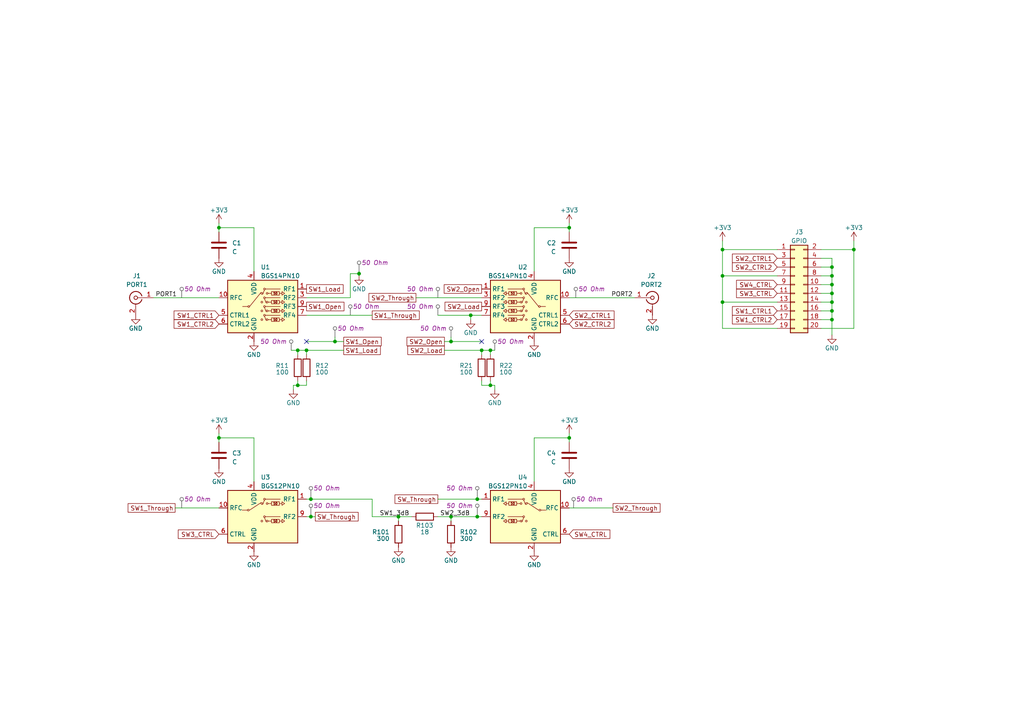
<source format=kicad_sch>
(kicad_sch (version 20230121) (generator eeschema)
  (paper "A4")
  (lib_symbols
    (symbol "Connector:Conn_Coaxial" (pin_names (offset 1.016) hide)
      (property "Reference" "J" (at 0.254 3.048 0))
      (property "Value" "Conn_Coaxial" (at 2.921 0 90))
      (symbol "Conn_Coaxial_0_1"
        (arc (start -1.778 -0.508) (mid 0.2311 -1.8066) (end 1.778 0) (stroke (width 0.254)))
        (polyline (pts (xy -2.54 0) (xy -0.508 0)))
        (polyline (pts (xy 0 -2.54) (xy 0 -1.778)))
        (circle (center 0 0) (radius 0.508) (stroke (width 0.2032)))
        (arc (start 1.778 0) (mid 0.2099 1.8101) (end -1.778 0.508) (stroke (width 0.254)))
      )
      (symbol "Conn_Coaxial_1_1"
        (pin passive line (at -5.08 0 0) (length 2.54) (name "In") (number "1"))
        (pin passive line (at 0 -5.08 90) (length 2.54) (name "Ext") (number "2"))
      )
    )
    (symbol "Connector_Generic:Conn_02x10_Odd_Even" (pin_names (offset 1.016) hide)
      (property "Reference" "J" (at 1.27 12.7 0))
      (property "Value" "Conn_02x10_Odd_Even" (at 1.27 -15.24 0))
      (symbol "Conn_02x10_Odd_Even_1_1"
        (rectangle (start -1.27 -12.573) (end 0 -12.827) (stroke (width 0.1524)))
        (rectangle (start -1.27 -10.033) (end 0 -10.287) (stroke (width 0.1524)))
        (rectangle (start -1.27 -7.493) (end 0 -7.747) (stroke (width 0.1524)))
        (rectangle (start -1.27 -4.953) (end 0 -5.207) (stroke (width 0.1524)))
        (rectangle (start -1.27 -2.413) (end 0 -2.667) (stroke (width 0.1524)))
        (rectangle (start -1.27 0.127) (end 0 -0.127) (stroke (width 0.1524)))
        (rectangle (start -1.27 2.667) (end 0 2.413) (stroke (width 0.1524)))
        (rectangle (start -1.27 5.207) (end 0 4.953) (stroke (width 0.1524)))
        (rectangle (start -1.27 7.747) (end 0 7.493) (stroke (width 0.1524)))
        (rectangle (start -1.27 10.287) (end 0 10.033) (stroke (width 0.1524)))
        (rectangle (start -1.27 11.43) (end 3.81 -13.97) (stroke (width 0.254)) (fill (type background)))
        (rectangle (start 3.81 -12.573) (end 2.54 -12.827) (stroke (width 0.1524)))
        (rectangle (start 3.81 -10.033) (end 2.54 -10.287) (stroke (width 0.1524)))
        (rectangle (start 3.81 -7.493) (end 2.54 -7.747) (stroke (width 0.1524)))
        (rectangle (start 3.81 -4.953) (end 2.54 -5.207) (stroke (width 0.1524)))
        (rectangle (start 3.81 -2.413) (end 2.54 -2.667) (stroke (width 0.1524)))
        (rectangle (start 3.81 0.127) (end 2.54 -0.127) (stroke (width 0.1524)))
        (rectangle (start 3.81 2.667) (end 2.54 2.413) (stroke (width 0.1524)))
        (rectangle (start 3.81 5.207) (end 2.54 4.953) (stroke (width 0.1524)))
        (rectangle (start 3.81 7.747) (end 2.54 7.493) (stroke (width 0.1524)))
        (rectangle (start 3.81 10.287) (end 2.54 10.033) (stroke (width 0.1524)))
        (pin passive line (at -5.08 10.16 0) (length 3.81) (name "Pin_1") (number "1"))
        (pin passive line (at 7.62 0 180) (length 3.81) (name "Pin_10") (number "10"))
        (pin passive line (at -5.08 -2.54 0) (length 3.81) (name "Pin_11") (number "11"))
        (pin passive line (at 7.62 -2.54 180) (length 3.81) (name "Pin_12") (number "12"))
        (pin passive line (at -5.08 -5.08 0) (length 3.81) (name "Pin_13") (number "13"))
        (pin passive line (at 7.62 -5.08 180) (length 3.81) (name "Pin_14") (number "14"))
        (pin passive line (at -5.08 -7.62 0) (length 3.81) (name "Pin_15") (number "15"))
        (pin passive line (at 7.62 -7.62 180) (length 3.81) (name "Pin_16") (number "16"))
        (pin passive line (at -5.08 -10.16 0) (length 3.81) (name "Pin_17") (number "17"))
        (pin passive line (at 7.62 -10.16 180) (length 3.81) (name "Pin_18") (number "18"))
        (pin passive line (at -5.08 -12.7 0) (length 3.81) (name "Pin_19") (number "19"))
        (pin passive line (at 7.62 10.16 180) (length 3.81) (name "Pin_2") (number "2"))
        (pin passive line (at 7.62 -12.7 180) (length 3.81) (name "Pin_20") (number "20"))
        (pin passive line (at -5.08 7.62 0) (length 3.81) (name "Pin_3") (number "3"))
        (pin passive line (at 7.62 7.62 180) (length 3.81) (name "Pin_4") (number "4"))
        (pin passive line (at -5.08 5.08 0) (length 3.81) (name "Pin_5") (number "5"))
        (pin passive line (at 7.62 5.08 180) (length 3.81) (name "Pin_6") (number "6"))
        (pin passive line (at -5.08 2.54 0) (length 3.81) (name "Pin_7") (number "7"))
        (pin passive line (at 7.62 2.54 180) (length 3.81) (name "Pin_8") (number "8"))
        (pin passive line (at -5.08 0 0) (length 3.81) (name "Pin_9") (number "9"))
      )
    )
    (symbol "Device:C" (pin_numbers hide) (pin_names (offset 0.254))
      (property "Reference" "C" (at 0.635 2.54 0))
      (property "Value" "C" (at 0.635 -2.54 0))
      (symbol "C_0_1"
        (polyline (pts (xy -2.032 -0.762) (xy 2.032 -0.762)) (stroke (width 0.508)))
        (polyline (pts (xy -2.032 0.762) (xy 2.032 0.762)) (stroke (width 0.508)))
      )
      (symbol "C_1_1"
        (pin passive line (at 0 3.81 270) (length 2.794) (name "~") (number "1"))
        (pin passive line (at 0 -3.81 90) (length 2.794) (name "~") (number "2"))
      )
    )
    (symbol "Device:R" (pin_numbers hide) (pin_names (offset 0))
      (property "Reference" "R" (at 2.032 0 90))
      (property "Value" "R" (at 0 0 90))
      (symbol "R_0_1"
        (rectangle (start -1.016 -2.54) (end 1.016 2.54) (stroke (width 0.254)))
      )
      (symbol "R_1_1"
        (pin passive line (at 0 3.81 270) (length 1.27) (name "~") (number "1"))
        (pin passive line (at 0 -3.81 90) (length 1.27) (name "~") (number "2"))
      )
    )
    (symbol "Infineon:BGS12PN10"
      (property "Reference" "U" (at -10.16 8.89 0))
      (property "Value" "BGS12PN10" (at 10.16 8.89 0))
      (symbol "BGS12PN10_0_1"
        (polyline (pts (xy -4.445 1.905) (xy -5.969 1.905)))
      )
      (symbol "BGS12PN10_1_1"
        (rectangle (start -10.16 7.62) (end 10.16 -7.62) (stroke (width 0.254)) (fill (type background)))
        (circle (center -4.191 1.905) (radius 0.254))
        (circle (center -0.254 -1.27) (radius 0.254))
        (circle (center -0.254 3.81) (radius 0.254))
        (polyline (pts (xy -3.81 1.905) (xy -0.508 4.064)))
        (polyline (pts (xy 0.508 -0.254) (xy 1.016 -1.524)))
        (polyline (pts (xy 0.508 4.826) (xy 0 3.556)))
        (polyline (pts (xy 0.762 0) (xy 5.08 0)))
        (polyline (pts (xy 0.762 5.08) (xy 5.08 5.08)))
        (polyline (pts (xy 1.524 -1.27) (xy 2.54 -1.27)))
        (polyline (pts (xy 1.524 3.81) (xy 2.54 3.81)))
        (polyline (pts (xy 4.826 -1.27) (xy 5.588 -1.27) (xy 5.588 -1.778) (xy 6.35 -1.27) (xy 5.588 -0.762) (xy 5.588 -1.27)))
        (polyline (pts (xy 4.826 3.81) (xy 5.588 3.81) (xy 5.588 3.302) (xy 6.35 3.81) (xy 5.588 4.318) (xy 5.588 3.81)))
        (circle (center 0.508 0) (radius 0.254))
        (circle (center 0.508 5.08) (radius 0.254))
        (circle (center 1.27 -1.27) (radius 0.254))
        (circle (center 1.27 3.81) (radius 0.254))
        (rectangle (start 2.54 -1.778) (end 4.826 -0.762))
        (rectangle (start 2.54 3.302) (end 4.826 4.318))
        (text "50" (at 3.683 -1.27 0) (effects (font (size 0.635 0.635))))
        (text "50" (at 3.683 3.81 0) (effects (font (size 0.635 0.635))))
        (pin passive line (at 12.7 5.08 180) (length 2.54) (name "RF1") (number "1"))
        (pin passive line (at -12.7 2.54 0) (length 2.54) (name "RFC") (number "10"))
        (pin power_in line (at -2.54 -10.16 90) (length 2.54) (name "GND") (number "2"))
        (pin passive line (at -2.54 -10.16 90) (length 2.54) hide (name "GND") (number "3"))
        (pin power_in line (at -2.54 10.16 270) (length 2.54) (name "VDD") (number "4"))
        (pin no_connect line (at -12.7 -2.54 0) (length 2.54) hide (name "CTRL1") (number "5"))
        (pin input line (at -12.7 -5.08 0) (length 2.54) (name "CTRL") (number "6"))
        (pin passive line (at -2.54 -10.16 90) (length 2.54) hide (name "GND") (number "7"))
        (pin passive line (at -2.54 -10.16 90) (length 2.54) hide (name "GND") (number "8"))
        (pin passive line (at 12.7 0 180) (length 2.54) (name "RF2") (number "9"))
      )
    )
    (symbol "Infineon:BGS14PN10"
      (property "Reference" "U" (at -10.16 8.89 0))
      (property "Value" "BGS14PN10" (at 10.16 8.89 0))
      (symbol "BGS14PN10_0_1"
        (polyline (pts (xy -4.318 0) (xy -5.842 0)))
      )
      (symbol "BGS14PN10_1_1"
        (rectangle (start -10.16 7.62) (end 10.16 -7.62) (stroke (width 0.254)) (fill (type background)))
        (circle (center -4.064 0) (radius 0.254))
        (circle (center -0.254 -3.81) (radius 0.254))
        (circle (center -0.254 -1.27) (radius 0.254))
        (circle (center -0.254 1.27) (radius 0.254))
        (circle (center -0.254 3.81) (radius 0.254))
        (polyline (pts (xy -3.81 0) (xy -0.508 4.064)))
        (polyline (pts (xy 0.508 -2.794) (xy 1.016 -4.064)))
        (polyline (pts (xy 0.508 -0.254) (xy 1.016 -1.524)))
        (polyline (pts (xy 0.508 2.286) (xy 1.016 1.016)))
        (polyline (pts (xy 0.508 4.826) (xy 0 3.556)))
        (polyline (pts (xy 0.762 -2.54) (xy 5.08 -2.54)))
        (polyline (pts (xy 0.762 0) (xy 5.08 0)))
        (polyline (pts (xy 0.762 2.54) (xy 5.08 2.54)))
        (polyline (pts (xy 0.762 5.08) (xy 5.08 5.08)))
        (polyline (pts (xy 1.524 -3.81) (xy 2.54 -3.81)))
        (polyline (pts (xy 1.524 -1.27) (xy 2.54 -1.27)))
        (polyline (pts (xy 1.524 1.27) (xy 2.54 1.27)))
        (polyline (pts (xy 1.524 3.81) (xy 2.54 3.81)))
        (polyline (pts (xy 4.826 -3.81) (xy 5.588 -3.81) (xy 5.588 -4.318) (xy 6.35 -3.81) (xy 5.588 -3.302) (xy 5.588 -3.81)))
        (polyline (pts (xy 4.826 -1.27) (xy 5.588 -1.27) (xy 5.588 -1.778) (xy 6.35 -1.27) (xy 5.588 -0.762) (xy 5.588 -1.27)))
        (polyline (pts (xy 4.826 1.27) (xy 5.588 1.27) (xy 5.588 0.762) (xy 6.35 1.27) (xy 5.588 1.778) (xy 5.588 1.27)))
        (polyline (pts (xy 4.826 3.81) (xy 5.588 3.81) (xy 5.588 3.302) (xy 6.35 3.81) (xy 5.588 4.318) (xy 5.588 3.81)))
        (circle (center 0.508 -2.54) (radius 0.254))
        (circle (center 0.508 0) (radius 0.254))
        (circle (center 0.508 2.54) (radius 0.254))
        (circle (center 0.508 5.08) (radius 0.254))
        (circle (center 1.27 -3.81) (radius 0.254))
        (circle (center 1.27 -1.27) (radius 0.254))
        (circle (center 1.27 1.27) (radius 0.254))
        (circle (center 1.27 3.81) (radius 0.254))
        (rectangle (start 2.54 -4.318) (end 4.826 -3.302))
        (rectangle (start 2.54 -1.778) (end 4.826 -0.762))
        (rectangle (start 2.54 0.762) (end 4.826 1.778))
        (rectangle (start 2.54 3.302) (end 4.826 4.318))
        (text "50" (at 3.683 -3.81 0) (effects (font (size 0.635 0.635))))
        (text "50" (at 3.683 -1.27 0) (effects (font (size 0.635 0.635))))
        (text "50" (at 3.683 1.27 0) (effects (font (size 0.635 0.635))))
        (text "50" (at 3.683 3.81 0) (effects (font (size 0.635 0.635))))
        (pin passive line (at 12.7 5.08 180) (length 2.54) (name "RF1") (number "1"))
        (pin passive line (at -12.7 2.54 0) (length 2.54) (name "RFC") (number "10"))
        (pin power_in line (at -2.54 -10.16 90) (length 2.54) (name "GND") (number "2"))
        (pin passive line (at 12.7 2.54 180) (length 2.54) (name "RF2") (number "3"))
        (pin power_in line (at -2.54 10.16 270) (length 2.54) (name "VDD") (number "4"))
        (pin input line (at -12.7 -2.54 0) (length 2.54) (name "CTRL1") (number "5"))
        (pin input line (at -12.7 -5.08 0) (length 2.54) (name "CTRL2") (number "6"))
        (pin passive line (at 12.7 -2.54 180) (length 2.54) (name "RF4") (number "7"))
        (pin passive line (at -2.54 -10.16 90) (length 2.54) hide (name "GND") (number "8"))
        (pin passive line (at 12.7 0 180) (length 2.54) (name "RF3") (number "9"))
      )
    )
    (symbol "power:+3V3" (power) (pin_names (offset 0))
      (property "Value" "+3V3" (at 0 3.556 0))
      (symbol "+3V3_0_1"
        (polyline (pts (xy -0.762 1.27) (xy 0 2.54)))
        (polyline (pts (xy 0 0) (xy 0 2.54)))
        (polyline (pts (xy 0 2.54) (xy 0.762 1.27)))
      )
      (symbol "+3V3_1_1"
        (pin power_in line (at 0 0 90) (length 0) hide (name "+3V3") (number "1"))
      )
    )
    (symbol "power:GND" (power) (pin_names (offset 0))
      (property "Value" "GND" (at 0 -3.81 0))
      (symbol "GND_0_1"
        (polyline (pts (xy 0 0) (xy 0 -1.27) (xy 1.27 -1.27) (xy 0 -2.54) (xy -1.27 -1.27) (xy 0 -1.27)))
      )
      (symbol "GND_1_1"
        (pin power_in line (at 0 0 270) (length 0) hide (name "GND") (number "1"))
      )
    )
  )
  (junction (at 247.65 72.39))
  (junction (at 104.14 79.375))
  (junction (at 86.36 101.6))
  (junction (at 138.43 149.86))
  (junction (at 63.5 66.04))
  (junction (at 241.3 90.17))
  (junction (at 165.1 127))
  (junction (at 138.43 144.78))
  (junction (at 241.3 77.47))
  (junction (at 241.3 82.55))
  (junction (at 142.24 101.6))
  (junction (at 63.5 127))
  (junction (at 115.57 149.86))
  (junction (at 88.9 101.6))
  (junction (at 136.525 91.44))
  (junction (at 130.81 99.06))
  (junction (at 97.155 99.06))
  (junction (at 209.55 80.01))
  (junction (at 241.3 92.71))
  (junction (at 241.3 85.09))
  (junction (at 139.7 101.6))
  (junction (at 241.3 87.63))
  (junction (at 241.3 80.01))
  (junction (at 130.81 149.86))
  (junction (at 90.17 144.78))
  (junction (at 209.55 87.63))
  (junction (at 142.24 111.76))
  (junction (at 90.17 149.86))
  (junction (at 86.36 111.76))
  (junction (at 165.1 66.04))
  (junction (at 209.55 72.39))
  (no_connect (at 88.9 99.06))
  (no_connect (at 139.7 99.06))
  (wire (pts (xy 139.7 101.6) (xy 139.7 102.87)))
  (wire (pts (xy 177.8 147.32) (xy 165.1 147.32)))
  (wire (pts (xy 63.5 66.04) (xy 73.66 66.04)))
  (wire (pts (xy 184.15 86.36) (xy 165.1 86.36)))
  (wire (pts (xy 63.5 64.77) (xy 63.5 66.04)))
  (wire (pts (xy 63.5 67.31) (xy 63.5 66.04)))
  (wire (pts (xy 138.43 144.145) (xy 138.43 144.78)))
  (wire (pts (xy 209.55 95.25) (xy 225.425 95.25)))
  (wire (pts (xy 127 149.86) (xy 130.81 149.86)))
  (wire (pts (xy 107.95 144.78) (xy 107.95 149.86)))
  (wire (pts (xy 154.94 127) (xy 154.94 139.7)))
  (wire (pts (xy 86.36 101.6) (xy 88.9 101.6)))
  (wire (pts (xy 241.3 85.09) (xy 241.3 87.63)))
  (wire (pts (xy 138.43 144.78) (xy 139.7 144.78)))
  (wire (pts (xy 90.17 144.145) (xy 90.17 144.78)))
  (wire (pts (xy 88.9 101.6) (xy 99.695 101.6)))
  (wire (pts (xy 84.455 101.6) (xy 86.36 101.6)))
  (wire (pts (xy 97.155 99.06) (xy 99.695 99.06)))
  (wire (pts (xy 136.525 92.71) (xy 136.525 91.44)))
  (wire (pts (xy 241.3 80.01) (xy 238.125 80.01)))
  (wire (pts (xy 130.81 149.86) (xy 130.81 151.13)))
  (wire (pts (xy 115.57 149.86) (xy 119.38 149.86)))
  (wire (pts (xy 165.1 125.73) (xy 165.1 127)))
  (wire (pts (xy 154.94 66.04) (xy 154.94 78.74)))
  (wire (pts (xy 104.14 79.375) (xy 104.14 80.01)))
  (wire (pts (xy 88.9 86.36) (xy 101.6 86.36)))
  (wire (pts (xy 209.55 72.39) (xy 225.425 72.39)))
  (wire (pts (xy 104.14 78.74) (xy 104.14 79.375)))
  (wire (pts (xy 165.1 64.77) (xy 165.1 66.04)))
  (wire (pts (xy 209.55 80.01) (xy 209.55 72.39)))
  (wire (pts (xy 88.9 149.86) (xy 90.17 149.86)))
  (wire (pts (xy 107.95 149.86) (xy 115.57 149.86)))
  (wire (pts (xy 165.1 127) (xy 154.94 127)))
  (wire (pts (xy 115.57 149.86) (xy 115.57 151.13)))
  (wire (pts (xy 130.81 97.79) (xy 130.81 99.06)))
  (wire (pts (xy 247.65 69.85) (xy 247.65 72.39)))
  (wire (pts (xy 138.43 149.86) (xy 139.7 149.86)))
  (wire (pts (xy 107.95 91.44) (xy 88.9 91.44)))
  (wire (pts (xy 142.24 110.49) (xy 142.24 111.76)))
  (wire (pts (xy 241.3 77.47) (xy 238.125 77.47)))
  (wire (pts (xy 143.51 111.76) (xy 142.24 111.76)))
  (wire (pts (xy 86.36 102.87) (xy 86.36 101.6)))
  (wire (pts (xy 73.66 127) (xy 73.66 139.7)))
  (wire (pts (xy 241.3 92.71) (xy 238.125 92.71)))
  (wire (pts (xy 44.45 86.36) (xy 63.5 86.36)))
  (wire (pts (xy 209.55 95.25) (xy 209.55 87.63)))
  (wire (pts (xy 139.7 101.6) (xy 128.905 101.6)))
  (wire (pts (xy 120.65 86.36) (xy 139.7 86.36)))
  (wire (pts (xy 165.1 66.04) (xy 154.94 66.04)))
  (wire (pts (xy 136.525 91.44) (xy 139.7 91.44)))
  (wire (pts (xy 238.125 95.25) (xy 247.65 95.25)))
  (wire (pts (xy 90.17 144.78) (xy 107.95 144.78)))
  (wire (pts (xy 88.9 111.76) (xy 86.36 111.76)))
  (wire (pts (xy 241.3 74.93) (xy 238.125 74.93)))
  (wire (pts (xy 241.3 80.01) (xy 241.3 82.55)))
  (wire (pts (xy 238.125 72.39) (xy 247.65 72.39)))
  (wire (pts (xy 142.24 101.6) (xy 143.51 101.6)))
  (wire (pts (xy 91.44 149.86) (xy 90.17 149.86)))
  (wire (pts (xy 142.24 102.87) (xy 142.24 101.6)))
  (wire (pts (xy 138.43 149.86) (xy 130.81 149.86)))
  (wire (pts (xy 139.7 110.49) (xy 139.7 111.76)))
  (wire (pts (xy 88.9 99.06) (xy 97.155 99.06)))
  (wire (pts (xy 88.9 144.78) (xy 90.17 144.78)))
  (wire (pts (xy 138.43 144.78) (xy 127 144.78)))
  (wire (pts (xy 241.3 77.47) (xy 241.3 80.01)))
  (wire (pts (xy 85.09 111.76) (xy 86.36 111.76)))
  (wire (pts (xy 165.1 128.27) (xy 165.1 127)))
  (wire (pts (xy 130.81 99.06) (xy 128.905 99.06)))
  (wire (pts (xy 63.5 127) (xy 73.66 127)))
  (wire (pts (xy 73.66 66.04) (xy 73.66 78.74)))
  (wire (pts (xy 247.65 72.39) (xy 247.65 95.25)))
  (wire (pts (xy 241.3 82.55) (xy 238.125 82.55)))
  (wire (pts (xy 241.3 90.17) (xy 238.125 90.17)))
  (wire (pts (xy 142.24 101.6) (xy 139.7 101.6)))
  (wire (pts (xy 85.09 113.03) (xy 85.09 111.76)))
  (wire (pts (xy 209.55 80.01) (xy 225.425 80.01)))
  (wire (pts (xy 88.9 110.49) (xy 88.9 111.76)))
  (wire (pts (xy 101.6 86.36) (xy 101.6 79.375)))
  (wire (pts (xy 88.9 101.6) (xy 88.9 102.87)))
  (wire (pts (xy 63.5 128.27) (xy 63.5 127)))
  (wire (pts (xy 241.3 90.17) (xy 241.3 92.71)))
  (wire (pts (xy 241.3 82.55) (xy 241.3 85.09)))
  (wire (pts (xy 241.3 85.09) (xy 238.125 85.09)))
  (wire (pts (xy 139.7 99.06) (xy 130.81 99.06)))
  (wire (pts (xy 209.55 87.63) (xy 225.425 87.63)))
  (wire (pts (xy 165.1 67.31) (xy 165.1 66.04)))
  (wire (pts (xy 139.7 111.76) (xy 142.24 111.76)))
  (wire (pts (xy 241.3 87.63) (xy 241.3 90.17)))
  (wire (pts (xy 50.8 147.32) (xy 63.5 147.32)))
  (wire (pts (xy 241.3 87.63) (xy 238.125 87.63)))
  (wire (pts (xy 209.55 87.63) (xy 209.55 80.01)))
  (wire (pts (xy 63.5 125.73) (xy 63.5 127)))
  (wire (pts (xy 138.43 149.225) (xy 138.43 149.86)))
  (wire (pts (xy 241.3 92.71) (xy 241.3 97.155)))
  (wire (pts (xy 127 91.44) (xy 136.525 91.44)))
  (wire (pts (xy 90.17 149.225) (xy 90.17 149.86)))
  (wire (pts (xy 101.6 79.375) (xy 104.14 79.375)))
  (wire (pts (xy 86.36 110.49) (xy 86.36 111.76)))
  (wire (pts (xy 241.3 74.93) (xy 241.3 77.47)))
  (wire (pts (xy 209.55 69.85) (xy 209.55 72.39)))
  (wire (pts (xy 143.51 113.03) (xy 143.51 111.76)))
  (wire (pts (xy 97.155 97.79) (xy 97.155 99.06)))
  (label "SW2_3dB" (at 127.635 149.86 0))
  (label "PORT2" (at 183.515 86.36 180))
  (label "SW1_3dB" (at 118.745 149.86 180))
  (label "PORT1" (at 45.085 86.36 0))
  (global_label "SW2_CTRL1" (shape input) (at 225.425 74.93 180) (property "Intersheetrefs" "${INTERSHEET_REFS}" (effects hide)))
  (global_label "SW1_Through" (shape passive) (at 107.95 91.44 0) (property "Intersheetrefs" "${INTERSHEET_REFS}" (effects hide)))
  (global_label "SW1_Open" (shape passive) (at 99.695 99.06 0) (property "Intersheetrefs" "${INTERSHEET_REFS}" (effects hide)))
  (global_label "SW4_CTRL" (shape input) (at 165.1 154.94 0) (property "Intersheetrefs" "${INTERSHEET_REFS}" (effects hide)))
  (global_label "SW2_Load" (shape passive) (at 139.7 88.9 180) (property "Intersheetrefs" "${INTERSHEET_REFS}" (effects hide)))
  (global_label "SW2_Through" (shape passive) (at 177.8 147.32 0) (property "Intersheetrefs" "${INTERSHEET_REFS}" (effects hide)))
  (global_label "SW_Through" (shape passive) (at 91.44 149.86 0) (property "Intersheetrefs" "${INTERSHEET_REFS}" (effects hide)))
  (global_label "SW1_Load" (shape passive) (at 99.695 101.6 0) (property "Intersheetrefs" "${INTERSHEET_REFS}" (effects hide)))
  (global_label "SW3_CTRL" (shape input) (at 63.5 154.94 180) (property "Intersheetrefs" "${INTERSHEET_REFS}" (effects hide)))
  (global_label "SW2_Through" (shape passive) (at 120.65 86.36 180) (property "Intersheetrefs" "${INTERSHEET_REFS}" (effects hide)))
  (global_label "SW2_Open" (shape passive) (at 128.905 99.06 180) (property "Intersheetrefs" "${INTERSHEET_REFS}" (effects hide)))
  (global_label "SW1_CTRL2" (shape input) (at 63.5 93.98 180) (property "Intersheetrefs" "${INTERSHEET_REFS}" (effects hide)))
  (global_label "SW2_CTRL1" (shape input) (at 165.1 91.44 0) (property "Intersheetrefs" "${INTERSHEET_REFS}" (effects hide)))
  (global_label "SW1_CTRL1" (shape input) (at 63.5 91.44 180) (property "Intersheetrefs" "${INTERSHEET_REFS}" (effects hide)))
  (global_label "SW1_CTRL1" (shape input) (at 225.425 90.17 180) (property "Intersheetrefs" "${INTERSHEET_REFS}" (effects hide)))
  (global_label "SW2_Load" (shape passive) (at 128.905 101.6 180) (property "Intersheetrefs" "${INTERSHEET_REFS}" (effects hide)))
  (global_label "SW1_CTRL2" (shape input) (at 225.425 92.71 180) (property "Intersheetrefs" "${INTERSHEET_REFS}" (effects hide)))
  (global_label "SW2_CTRL2" (shape input) (at 165.1 93.98 0) (property "Intersheetrefs" "${INTERSHEET_REFS}" (effects hide)))
  (global_label "SW2_Open" (shape passive) (at 139.7 83.82 180) (property "Intersheetrefs" "${INTERSHEET_REFS}" (effects hide)))
  (global_label "SW1_Load" (shape passive) (at 88.9 83.82 0) (property "Intersheetrefs" "${INTERSHEET_REFS}" (effects hide)))
  (global_label "SW1_Open" (shape passive) (at 88.9 88.9 0) (property "Intersheetrefs" "${INTERSHEET_REFS}" (effects hide)))
  (global_label "SW3_CTRL" (shape input) (at 225.425 85.09 180) (property "Intersheetrefs" "${INTERSHEET_REFS}" (effects hide)))
  (global_label "SW_Through" (shape passive) (at 127 144.78 180) (property "Intersheetrefs" "${INTERSHEET_REFS}" (effects hide)))
  (global_label "SW1_Through" (shape passive) (at 50.8 147.32 180) (property "Intersheetrefs" "${INTERSHEET_REFS}" (effects hide)))
  (global_label "SW2_CTRL2" (shape input) (at 225.425 77.47 180) (property "Intersheetrefs" "${INTERSHEET_REFS}" (effects hide)))
  (global_label "SW4_CTRL" (shape input) (at 225.425 82.55 180) (property "Intersheetrefs" "${INTERSHEET_REFS}" (effects hide)))
  (netclass_flag "" (length 2.54) (shape round) (at 143.51 101.6 0) (property "Netclass" "50 Ohm" (at 144.2085 99.06 0) (effects (font italic) (justify left))))
  (netclass_flag "" (length 2.54) (shape round) (at 97.155 97.79 0) (property "Netclass" "50 Ohm" (at 97.8535 95.25 0) (effects (font italic) (justify left))))
  (netclass_flag "" (length 2.54) (shape round) (at 138.43 144.145 0) (property "Netclass" "50 Ohm" (at 137.16 141.605 0) (effects (font italic) (justify right))))
  (netclass_flag "" (length 2.54) (shape round) (at 90.17 149.225 0) (property "Netclass" "50 Ohm" (at 90.8685 146.685 0) (effects (font italic) (justify left))))
  (netclass_flag "" (length 2.54) (shape round) (at 90.17 144.145 0) (property "Netclass" "50 Ohm" (at 90.8685 141.605 0) (effects (font italic) (justify left))))
  (netclass_flag "" (length 2.54) (shape round) (at 138.43 149.225 0) (property "Netclass" "50 Ohm" (at 137.16 146.685 0) (effects (font italic) (justify right))))
  (netclass_flag "" (length 2.54) (shape round) (at 101.6 91.44 0) (property "Netclass" "50 Ohm" (at 102.2985 88.9 0) (effects (font italic) (justify left))))
  (netclass_flag "" (length 2.54) (shape round) (at 52.705 147.32 0) (property "Netclass" "50 Ohm" (at 53.4035 144.78 0) (effects (font italic) (justify left))))
  (netclass_flag "" (length 2.54) (shape round) (at 84.455 101.6 0) (property "Netclass" "50 Ohm" (at 83.185 99.06 0) (effects (font italic) (justify right))))
  (netclass_flag "" (length 2.54) (shape round) (at 166.37 147.32 0) (property "Netclass" "50 Ohm" (at 167.0685 144.78 0) (effects (font italic) (justify left))))
  (netclass_flag "" (length 2.54) (shape round) (at 167.005 86.36 0) (property "Netclass" "50 Ohm" (at 167.7035 83.82 0) (effects (font italic) (justify left))))
  (netclass_flag "" (length 2.54) (shape round) (at 127 86.36 0) (property "Netclass" "50 Ohm" (at 125.73 83.82 0) (effects (font italic) (justify right))))
  (netclass_flag "" (length 2.54) (shape round) (at 104.14 78.74 0) (property "Netclass" "50 Ohm" (at 104.8385 76.2 0) (effects (font italic) (justify left))))
  (netclass_flag "" (length 2.54) (shape round) (at 127 91.44 0) (property "Netclass" "50 Ohm" (at 125.73 88.9 0) (effects (font italic) (justify right))))
  (netclass_flag "" (length 2.54) (shape round) (at 52.705 86.36 0) (property "Netclass" "50 Ohm" (at 53.4035 83.82 0) (effects (font italic) (justify left))))
  (netclass_flag "" (length 2.54) (shape round) (at 130.81 97.79 0) (property "Netclass" "50 Ohm" (at 129.54 95.25 0) (effects (font italic) (justify right))))
  (symbol (lib_id "power:GND") (at 85.09 113.03 0) (unit 1)
    (property "Reference" "#PWR0107" (effects hide))
    (property "Value" "GND" (at 85.09 116.84 0))
  )
  (symbol (lib_id "power:GND") (at 130.81 158.75 0) (unit 1)
    (property "Reference" "#PWR0113" (effects hide))
    (property "Value" "GND" (at 130.81 162.56 0))
  )
  (symbol (lib_id "power:GND") (at 165.1 74.93 0) (mirror y) (unit 1)
    (property "Reference" "#PWR0105" (effects hide))
    (property "Value" "GND" (at 165.1 78.74 0))
  )
  (symbol (lib_id "Device:R") (at 115.57 154.94 0) (mirror y) (unit 1)
    (property "Reference" "R101" (at 113.03 154.305 0) (effects (justify left)))
    (property "Value" "300" (at 113.03 156.21 0) (effects (justify left)))
    (property "Footprint" "Resistor_SMD:R_0402_1005Metric" (effects hide))
  )
  (symbol (lib_id "power:GND") (at 73.66 160.02 0) (unit 1)
    (property "Reference" "#PWR0111" (effects hide))
    (property "Value" "GND" (at 73.66 163.83 0))
  )
  (symbol (lib_id "Device:R") (at 86.36 106.68 0) (mirror y) (unit 1)
    (property "Reference" "R11" (at 83.82 106.045 0) (effects (justify left)))
    (property "Value" "100" (at 83.82 107.95 0) (effects (justify left)))
    (property "Footprint" "Resistor_SMD:R_0402_1005Metric" (effects hide))
  )
  (symbol (lib_id "power:GND") (at 154.94 160.02 0) (mirror y) (unit 1)
    (property "Reference" "#PWR0116" (effects hide))
    (property "Value" "GND" (at 154.94 163.83 0))
  )
  (symbol (lib_id "power:GND") (at 63.5 135.89 0) (unit 1)
    (property "Reference" "#PWR0110" (effects hide))
    (property "Value" "GND" (at 63.5 139.7 0))
  )
  (symbol (lib_id "power:GND") (at 115.57 158.75 0) (unit 1)
    (property "Reference" "#PWR0112" (effects hide))
    (property "Value" "GND" (at 115.57 162.56 0))
  )
  (symbol (lib_id "power:+3V3") (at 63.5 64.77 0) (unit 1)
    (property "Reference" "#PWR0103" (effects hide))
    (property "Value" "+3V3" (at 63.5 60.96 0))
  )
  (symbol (lib_id "Infineon:BGS14PN10") (at 152.4 88.9 0) (mirror y) (unit 1)
    (property "Reference" "U2" (at 152.9841 77.47 0) (effects (justify left)))
    (property "Value" "BGS14PN10" (at 152.9841 80.01 0) (effects (justify left)))
    (property "Footprint" "Infineon:XQFP-10" (effects hide))
    (property "Datasheet" "https://www.infineon.com/dgdl/Infineon-BGS14PN10-DS-v01_03-EN.pdf?fileId=5546d46258dd266d0158debc894b0db1" (effects hide))
  )
  (symbol (lib_id "Device:C") (at 165.1 71.12 0) (mirror y) (unit 1)
    (property "Reference" "C2" (at 161.29 70.485 0) (effects (justify left)))
    (property "Value" "C" (at 161.29 73.025 0) (effects (justify left)))
    (property "Footprint" "Capacitor_SMD:C_0402_1005Metric" (effects hide))
  )
  (symbol (lib_id "power:GND") (at 154.94 99.06 0) (mirror y) (unit 1)
    (property "Reference" "#PWR0106" (effects hide))
    (property "Value" "GND" (at 154.94 102.87 0))
  )
  (symbol (lib_id "power:GND") (at 241.3 97.155 0) (unit 1)
    (property "Reference" "#PWR0119" (effects hide))
    (property "Value" "GND" (at 241.3 100.965 0))
  )
  (symbol (lib_id "Device:C") (at 63.5 71.12 0) (unit 1)
    (property "Reference" "C1" (at 67.31 70.485 0) (effects (justify left)))
    (property "Value" "C" (at 67.31 73.025 0) (effects (justify left)))
    (property "Footprint" "Capacitor_SMD:C_0402_1005Metric" (effects hide))
  )
  (symbol (lib_id "Device:R") (at 88.9 106.68 0) (unit 1)
    (property "Reference" "R12" (at 91.44 106.045 0) (effects (justify left)))
    (property "Value" "100" (at 91.44 107.95 0) (effects (justify left)))
    (property "Footprint" "Resistor_SMD:R_0402_1005Metric" (effects hide))
  )
  (symbol (lib_id "power:GND") (at 104.14 80.01 0) (unit 1)
    (property "Reference" "#PWR0120" (effects hide))
    (property "Value" "GND" (at 104.14 83.82 0))
  )
  (symbol (lib_id "power:GND") (at 189.23 91.44 0) (mirror y) (unit 1)
    (property "Reference" "#PWR0118" (effects hide))
    (property "Value" "GND" (at 189.23 95.25 0))
  )
  (symbol (lib_id "Device:C") (at 165.1 132.08 0) (mirror y) (unit 1)
    (property "Reference" "C4" (at 161.29 131.445 0) (effects (justify left)))
    (property "Value" "C" (at 161.29 133.985 0) (effects (justify left)))
    (property "Footprint" "Capacitor_SMD:C_0402_1005Metric" (effects hide))
  )
  (symbol (lib_id "Device:R") (at 142.24 106.68 0) (unit 1)
    (property "Reference" "R22" (at 144.78 106.045 0) (effects (justify left)))
    (property "Value" "100" (at 144.78 107.95 0) (effects (justify left)))
    (property "Footprint" "Resistor_SMD:R_0402_1005Metric" (effects hide))
  )
  (symbol (lib_id "power:+3V3") (at 63.5 125.73 0) (unit 1)
    (property "Reference" "#PWR0109" (effects hide))
    (property "Value" "+3V3" (at 63.5 121.92 0))
  )
  (symbol (lib_id "power:GND") (at 39.37 91.44 0) (unit 1)
    (property "Reference" "#PWR0117" (effects hide))
    (property "Value" "GND" (at 39.37 95.25 0))
  )
  (symbol (lib_id "Infineon:BGS12PN10") (at 152.4 149.86 0) (mirror y) (unit 1)
    (property "Reference" "U4" (at 152.9841 138.43 0) (effects (justify left)))
    (property "Value" "BGS12PN10" (at 152.9841 140.97 0) (effects (justify left)))
    (property "Footprint" "Infineon:XQFP-10" (effects hide))
    (property "Datasheet" "https://www.infineon.com/dgdl/Infineon-BGS12PN10-DS-v01_00-EN.pdf?fileId=5546d46256fb43b30157565d296541b1" (effects hide))
  )
  (symbol (lib_id "power:+3V3") (at 247.65 69.85 0) (mirror y) (unit 1)
    (property "Reference" "#PWR0123" (effects hide))
    (property "Value" "+3V3" (at 247.65 66.04 0))
  )
  (symbol (lib_id "Connector:Conn_Coaxial") (at 189.23 86.36 0) (unit 1)
    (property "Reference" "J2" (at 188.9126 80.01 0))
    (property "Value" "PORT2" (at 188.9126 82.55 0))
    (property "Footprint" "Infineon:1092-03A-6" (effects hide))
    (property "Datasheet" " ~" (effects hide))
  )
  (symbol (lib_id "Connector_Generic:Conn_02x10_Odd_Even") (at 230.505 82.55 0) (unit 1)
    (property "Reference" "J3" (at 231.775 67.31 0))
    (property "Value" "GPIO" (at 231.775 69.85 0))
    (property "Footprint" "Infineon:PinHeader_2x10_P2.54mm_Horizontal_SMD" (effects hide))
  )
  (symbol (lib_id "Device:R") (at 139.7 106.68 0) (mirror y) (unit 1)
    (property "Reference" "R21" (at 137.16 106.045 0) (effects (justify left)))
    (property "Value" "100" (at 137.16 107.95 0) (effects (justify left)))
    (property "Footprint" "Resistor_SMD:R_0402_1005Metric" (effects hide))
  )
  (symbol (lib_id "power:+3V3") (at 165.1 125.73 0) (mirror y) (unit 1)
    (property "Reference" "#PWR0114" (effects hide))
    (property "Value" "+3V3" (at 165.1 121.92 0))
  )
  (symbol (lib_id "Device:C") (at 63.5 132.08 0) (unit 1)
    (property "Reference" "C3" (at 67.31 131.445 0) (effects (justify left)))
    (property "Value" "C" (at 67.31 133.985 0) (effects (justify left)))
    (property "Footprint" "Capacitor_SMD:C_0402_1005Metric" (effects hide))
  )
  (symbol (lib_id "power:GND") (at 73.66 99.06 0) (unit 1)
    (property "Reference" "#PWR0101" (effects hide))
    (property "Value" "GND" (at 73.66 102.87 0))
  )
  (symbol (lib_id "Infineon:BGS14PN10") (at 76.2 88.9 0) (unit 1)
    (property "Reference" "U1" (at 75.6159 77.47 0) (effects (justify left)))
    (property "Value" "BGS14PN10" (at 75.6159 80.01 0) (effects (justify left)))
    (property "Footprint" "Infineon:XQFP-10" (effects hide))
    (property "Datasheet" "https://www.infineon.com/dgdl/Infineon-BGS14PN10-DS-v01_03-EN.pdf?fileId=5546d46258dd266d0158debc894b0db1" (effects hide))
  )
  (symbol (lib_id "Device:R") (at 130.81 154.94 0) (unit 1)
    (property "Reference" "R102" (at 133.35 154.305 0) (effects (justify left)))
    (property "Value" "300" (at 133.35 156.21 0) (effects (justify left)))
    (property "Footprint" "Resistor_SMD:R_0402_1005Metric" (effects hide))
  )
  (symbol (lib_id "Connector:Conn_Coaxial") (at 39.37 86.36 0) (mirror y) (unit 1)
    (property "Reference" "J1" (at 39.6874 80.01 0))
    (property "Value" "PORT1" (at 39.6874 82.55 0))
    (property "Footprint" "Infineon:1092-03A-6" (effects hide))
    (property "Datasheet" " ~" (effects hide))
  )
  (symbol (lib_id "power:+3V3") (at 209.55 69.85 0) (mirror y) (unit 1)
    (property "Reference" "#PWR0122" (effects hide))
    (property "Value" "+3V3" (at 209.55 66.04 0))
  )
  (symbol (lib_id "Infineon:BGS12PN10") (at 76.2 149.86 0) (unit 1)
    (property "Reference" "U3" (at 75.6159 138.43 0) (effects (justify left)))
    (property "Value" "BGS12PN10" (at 75.6159 140.97 0) (effects (justify left)))
    (property "Footprint" "Infineon:XQFP-10" (effects hide))
    (property "Datasheet" "https://www.infineon.com/dgdl/Infineon-BGS12PN10-DS-v01_00-EN.pdf?fileId=5546d46256fb43b30157565d296541b1" (effects hide))
  )
  (symbol (lib_id "power:GND") (at 136.525 92.71 0) (unit 1)
    (property "Reference" "#PWR0121" (effects hide))
    (property "Value" "GND" (at 136.525 96.52 0))
  )
  (symbol (lib_id "Device:R") (at 123.19 149.86 90) (unit 1)
    (property "Reference" "R103" (at 123.19 152.4 90))
    (property "Value" "18" (at 123.19 154.305 90))
    (property "Footprint" "Resistor_SMD:R_0402_1005Metric" (effects hide))
  )
  (symbol (lib_id "power:GND") (at 63.5 74.93 0) (unit 1)
    (property "Reference" "#PWR0102" (effects hide))
    (property "Value" "GND" (at 63.5 78.74 0))
  )
  (symbol (lib_id "power:GND") (at 143.51 113.03 0) (mirror y) (unit 1)
    (property "Reference" "#PWR0108" (effects hide))
    (property "Value" "GND" (at 143.51 116.84 0))
  )
  (symbol (lib_id "power:GND") (at 165.1 135.89 0) (mirror y) (unit 1)
    (property "Reference" "#PWR0115" (effects hide))
    (property "Value" "GND" (at 165.1 139.7 0))
  )
  (symbol (lib_id "power:+3V3") (at 165.1 64.77 0) (mirror y) (unit 1)
    (property "Reference" "#PWR0104" (effects hide))
    (property "Value" "+3V3" (at 165.1 60.96 0))
  )
)
</source>
